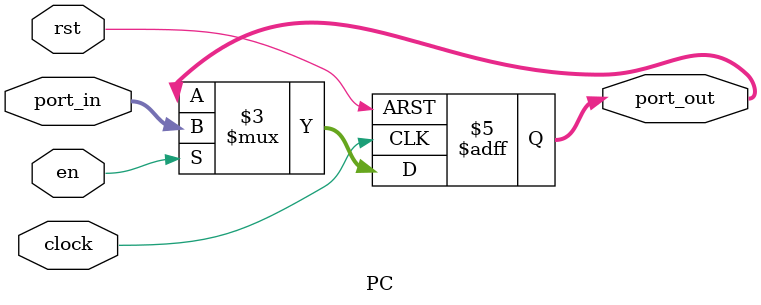
<source format=v>
module PC(
    input clock,
	 input rst,
	 input en,
    input [31:0] port_in,
    output reg [31:0] port_out
);
always @(posedge clock, negedge rst) begin
  if(!rst) begin
		port_out =32'd0;
  end
  else if (en)
		port_out <= port_in;
end
endmodule
</source>
